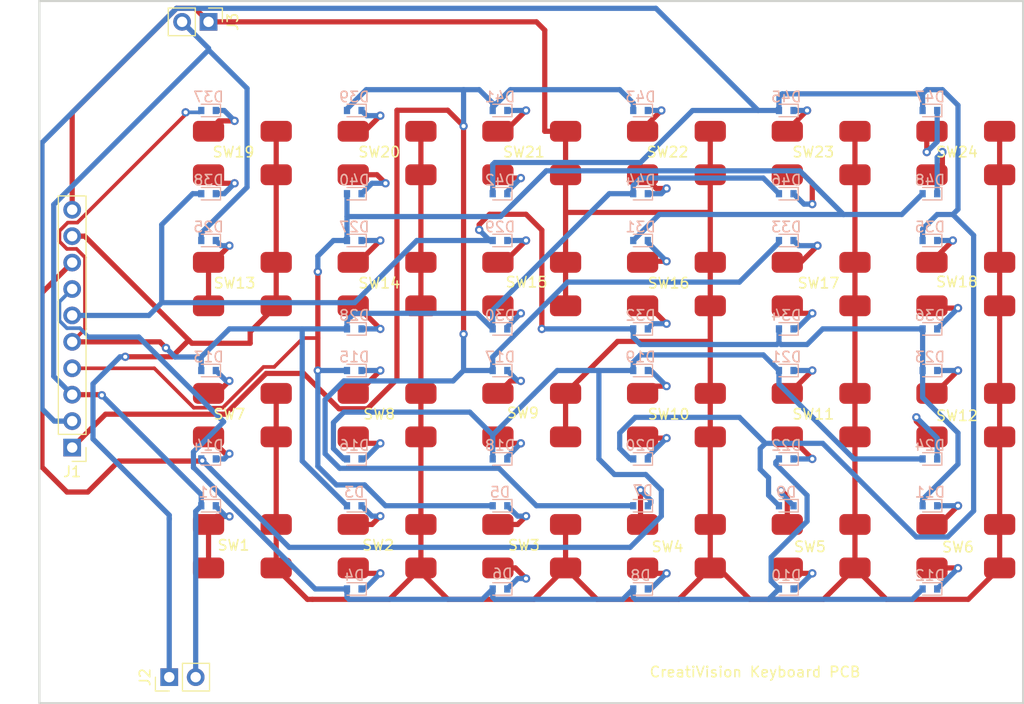
<source format=kicad_pcb>
(kicad_pcb (version 20211014) (generator pcbnew)
  (layers (0 "F.Cu" signal) (31 "B.Cu" signal) (34 "B.Paste" user) (35 "F.Paste" user) (36 "B.SilkS" user "B.Silkscreen") (37 "F.SilkS" user "F.Silkscreen") (38 "B.Mask" user) (39 "F.Mask" user) (44 "Edge.Cuts" user))
  (net 0 "")
  (net 1 "Net-(D1-Pad1)")
  (net 2 "Net-(D1-Pad2)")
  (net 3 "Net-(D3-Pad1)")
  (net 4 "Net-(D13-Pad2)")
  (net 5 "Net-(D4-Pad1)")
  (net 6 "Net-(D10-Pad2)")
  (net 7 "Net-(D5-Pad1)")
  (net 8 "Net-(D15-Pad2)")
  (net 9 "Net-(D6-Pad1)")
  (net 10 "Net-(D7-Pad1)")
  (net 11 "Net-(D17-Pad2)")
  (net 12 "Net-(D8-Pad1)")
  (net 13 "Net-(D9-Pad1)")
  (net 14 "Net-(D20-Pad2)")
  (net 15 "Net-(D10-Pad1)")
  (net 16 "Net-(D11-Pad1)")
  (net 17 "Net-(D11-Pad2)")
  (net 18 "Net-(D12-Pad1)")
  (net 19 "Net-(D13-Pad1)")
  (net 20 "Net-(D14-Pad1)")
  (net 21 "Net-(D14-Pad2)")
  (net 22 "Net-(D15-Pad1)")
  (net 23 "Net-(D16-Pad1)")
  (net 24 "Net-(D17-Pad1)")
  (net 25 "Net-(D18-Pad1)")
  (net 26 "Net-(D19-Pad1)")
  (net 27 "Net-(D20-Pad1)")
  (net 28 "Net-(D21-Pad1)")
  (net 29 "Net-(D22-Pad1)")
  (net 30 "Net-(D23-Pad1)")
  (net 31 "Net-(D24-Pad1)")
  (net 32 "Net-(D25-Pad1)")
  (net 33 "Net-(D27-Pad1)")
  (net 34 "Net-(D28-Pad1)")
  (net 35 "Net-(D29-Pad1)")
  (net 36 "Net-(D30-Pad1)")
  (net 37 "Net-(D31-Pad1)")
  (net 38 "Net-(D32-Pad1)")
  (net 39 "Net-(D33-Pad1)")
  (net 40 "Net-(D34-Pad1)")
  (net 41 "Net-(D35-Pad1)")
  (net 42 "Net-(D36-Pad1)")
  (net 43 "Net-(D37-Pad1)")
  (net 44 "Net-(D38-Pad1)")
  (net 45 "Net-(D39-Pad1)")
  (net 46 "Net-(D40-Pad1)")
  (net 47 "Net-(D41-Pad1)")
  (net 48 "Net-(D42-Pad1)")
  (net 49 "Net-(D43-Pad1)")
  (net 50 "Net-(D44-Pad1)")
  (net 51 "Net-(D45-Pad1)")
  (net 52 "Net-(D46-Pad1)")
  (net 53 "Net-(D47-Pad1)")
  (net 54 "Net-(D48-Pad1)")
  (net 55 "Net-(J1-Pad9)")
  (net 56 "Net-(J1-Pad10)")
  (footprint "CheshBits:MicroTactile" (layer "F.Cu") (at 107.4 68.5)
    (fp_text reference "SW13")
    (fp_text value "1C")
  )
  (footprint "CheshBits:MicroTactile" (layer "F.Cu") (at 176.9 68.5)
    (fp_text reference "SW18")
    (fp_text value "6C")
  )
  (footprint "CheshBits:MicroTactile" (layer "F.Cu") (at 176.9 55.9)
    (fp_text reference "SW24")
    (fp_text value "6D")
  )
  (footprint "CheshBits:MicroTactile" (layer "F.Cu") (at 121.3 93.7)
    (fp_text reference "SW2")
    (fp_text value "2A")
  )
  (footprint "CheshBits:MicroTactile" (layer "F.Cu") (at 149.1 55.9)
    (fp_text reference "SW22")
    (fp_text value "4D")
  )
  (footprint "CheshBits:MicroTactile" (layer "F.Cu") (at 149.1 81.1)
    (fp_text reference "SW10")
    (fp_text value "4B")
  )
  (footprint "CheshBits:MicroTactile" (layer "F.Cu") (at 107.4 81.1)
    (fp_text reference "SW7")
    (fp_text value "1B")
  )
  (footprint "CheshBits:MicroTactile" (layer "F.Cu") (at 163 81.1)
    (fp_text reference "SW11")
    (fp_text value "5B")
  )
  (footprint "CheshBits:MicroTactile" (layer "F.Cu") (at 135.2 81.1)
    (fp_text reference "SW9")
    (fp_text value "3B")
  )
  (footprint "CheshBits:MicroTactile" (layer "F.Cu") (at 121.3 81.1)
    (fp_text reference "SW8")
    (fp_text value "2B")
  )
  (footprint "Connector_PinHeader_2.54mm:PinHeader_1x02_P2.54mm_Vertical" (layer "F.Cu") (at 101.225 111.5 90)
    (fp_text reference "J2")
    (fp_text value "Right fire")
  )
  (footprint "CheshBits:MicroTactile" (layer "F.Cu") (at 176.9 81.1)
    (fp_text reference "SW12")
    (fp_text value "6B")
  )
  (footprint "CheshBits:MicroTactile" (layer "F.Cu") (at 149.1 93.7)
    (fp_text reference "SW4")
    (fp_text value "4A")
  )
  (footprint "CheshBits:MicroTactile" (layer "F.Cu") (at 121.3 68.5)
    (fp_text reference "SW14")
    (fp_text value "2C")
  )
  (footprint "CheshBits:MicroTactile" (layer "F.Cu") (at 163 55.9)
    (fp_text reference "SW23")
    (fp_text value "5D")
  )
  (footprint "CheshBits:MicroTactile" (layer "F.Cu") (at 163 68.5)
    (fp_text reference "SW17")
    (fp_text value "5C")
  )
  (footprint "CheshBits:MicroTactile" (layer "F.Cu") (at 121.3 55.9)
    (fp_text reference "SW20")
    (fp_text value "2D")
  )
  (footprint "CheshBits:MicroTactile" (layer "F.Cu") (at 107.4 93.7)
    (fp_text reference "SW1")
    (fp_text value "1A")
  )
  (footprint "CheshBits:MicroTactile" (layer "F.Cu") (at 107.4 55.9)
    (fp_text reference "SW19")
    (fp_text value "1D")
  )
  (footprint "CheshBits:MicroTactile" (layer "F.Cu") (at 135.2 68.5)
    (fp_text reference "SW15")
    (fp_text value "3C")
  )
  (footprint "Connector_PinHeader_2.54mm:PinHeader_1x02_P2.54mm_Vertical" (layer "F.Cu") (at 105 48.5 -90)
    (fp_text reference "J3")
    (fp_text value "Left fire")
  )
  (footprint "CheshBits:MicroTactile" (layer "F.Cu") (at 135.2 93.7)
    (fp_text reference "SW3")
    (fp_text value "3A")
  )
  (footprint "CheshBits:MicroTactile" (layer "F.Cu") (at 163 93.7)
    (fp_text reference "SW5")
    (fp_text value "5A")
  )
  (footprint "CheshBits:MicroTactile" (layer "F.Cu") (at 176.9 93.7)
    (fp_text reference "SW6")
    (fp_text value "6A")
  )
  (footprint "Connector_PinHeader_2.54mm:PinHeader_1x10_P2.54mm_Vertical" (layer "F.Cu") (at 91.9 89.425 180)
    (fp_text reference "J1")
    (fp_text value "10 pin to joystick")
  )
  (footprint "CheshBits:MicroTactile" (layer "F.Cu") (at 135.2 55.9)
    (fp_text reference "SW21")
    (fp_text value "3D")
  )
  (footprint "CheshBits:MicroTactile" (layer "F.Cu") (at 149.1 68.5)
    (fp_text reference "SW16")
    (fp_text value "4C")
  )
  (footprint "Diode_SMD:D_SOD-523" (layer "B.Cu") (at 133 69.52 180)
    (fp_text reference "D29")
    (fp_text value "CES521,L3F")
  )
  (footprint "Diode_SMD:D_SOD-523" (layer "B.Cu") (at 146.5 103.02 180)
    (fp_text reference "D8")
    (fp_text value "CES521,L3F")
  )
  (footprint "Diode_SMD:D_SOD-523" (layer "B.Cu") (at 119 90.52 180)
    (fp_text reference "D16")
    (fp_text value "CES521,L3F")
  )
  (footprint "Diode_SMD:D_SOD-523" (layer "B.Cu") (at 146.5 82.02 180)
    (fp_text reference "D19")
    (fp_text value "CES521,L3F")
  )
  (footprint "Diode_SMD:D_SOD-523" (layer "B.Cu") (at 105 82.02 180)
    (fp_text reference "D13")
    (fp_text value "CES521,L3F")
  )
  (footprint "Diode_SMD:D_SOD-523" (layer "B.Cu") (at 133 57.02 180)
    (fp_text reference "D41")
    (fp_text value "CES521,L3F")
  )
  (footprint "Diode_SMD:D_SOD-523" (layer "B.Cu") (at 146.5 57.02 180)
    (fp_text reference "D43")
    (fp_text value "CES521,L3F")
  )
  (footprint "Diode_SMD:D_SOD-523" (layer "B.Cu") (at 160.5 57.02 180)
    (fp_text reference "D45")
    (fp_text value "CES521,L3F")
  )
  (footprint "Diode_SMD:D_SOD-523" (layer "B.Cu") (at 160.5 69.52 180)
    (fp_text reference "D33")
    (fp_text value "CES521,L3F")
  )
  (footprint "Diode_SMD:D_SOD-523" (layer "B.Cu") (at 160.5 90.52 180)
    (fp_text reference "D22")
    (fp_text value "CES521,L3F")
  )
  (footprint "Diode_SMD:D_SOD-523" (layer "B.Cu") (at 160.5 78.02 180)
    (fp_text reference "D34")
    (fp_text value "CES521,L3F")
  )
  (footprint "Diode_SMD:D_SOD-523" (layer "B.Cu") (at 174.3 65.02 180)
    (fp_text reference "D48")
    (fp_text value "CES521,L3F")
  )
  (footprint "Diode_SMD:D_SOD-523" (layer "B.Cu") (at 119 103.02 180)
    (fp_text reference "D4")
    (fp_text value "CES521,L3F")
  )
  (footprint "Diode_SMD:D_SOD-523" (layer "B.Cu") (at 105 65.02 180)
    (fp_text reference "D38")
    (fp_text value "CES521,L3F")
  )
  (footprint "Diode_SMD:D_SOD-523" (layer "B.Cu") (at 105 95.02 180)
    (fp_text reference "D1")
    (fp_text value "CES521,L3F")
  )
  (footprint "Diode_SMD:D_SOD-523" (layer "B.Cu") (at 119 65.02 180)
    (fp_text reference "D40")
    (fp_text value "CES521,L3F")
  )
  (footprint "Diode_SMD:D_SOD-523" (layer "B.Cu") (at 119 78.02 180)
    (fp_text reference "D28")
    (fp_text value "CES521,L3F")
  )
  (footprint "Diode_SMD:D_SOD-523" (layer "B.Cu") (at 105 90.52 180)
    (fp_text reference "D14")
    (fp_text value "CES521,L3F")
  )
  (footprint "Diode_SMD:D_SOD-523" (layer "B.Cu") (at 146.5 69.52 180)
    (fp_text reference "D31")
    (fp_text value "CES521,L3F")
  )
  (footprint "Diode_SMD:D_SOD-523" (layer "B.Cu") (at 105 57.02 180)
    (fp_text reference "D37")
    (fp_text value "CES521,L3F")
  )
  (footprint "Diode_SMD:D_SOD-523" (layer "B.Cu") (at 174.3 90.52 180)
    (fp_text reference "D24")
    (fp_text value "CES521,L3F")
  )
  (footprint "Diode_SMD:D_SOD-523" (layer "B.Cu") (at 133 103.02 180)
    (fp_text reference "D6")
    (fp_text value "CES521,L3F")
  )
  (footprint "Diode_SMD:D_SOD-523" (layer "B.Cu") (at 174.3 103.02 180)
    (fp_text reference "D12")
    (fp_text value "CES521,L3F")
  )
  (footprint "Diode_SMD:D_SOD-523" (layer "B.Cu") (at 133 82.02 180)
    (fp_text reference "D17")
    (fp_text value "CES521,L3F")
  )
  (footprint "Diode_SMD:D_SOD-523" (layer "B.Cu") (at 133 78.02 180)
    (fp_text reference "D30")
    (fp_text value "CES521,L3F")
  )
  (footprint "Diode_SMD:D_SOD-523" (layer "B.Cu") (at 119 69.52 180)
    (fp_text reference "D27")
    (fp_text value "CES521,L3F")
  )
  (footprint "Diode_SMD:D_SOD-523" (layer "B.Cu") (at 119 82.02 180)
    (fp_text reference "D15")
    (fp_text value "CES521,L3F")
  )
  (footprint "Diode_SMD:D_SOD-523" (layer "B.Cu") (at 105 69.52 180)
    (fp_text reference "D25")
    (fp_text value "CES521,L3F")
  )
  (footprint "Diode_SMD:D_SOD-523" (layer "B.Cu") (at 146.5 78.02 180)
    (fp_text reference "D32")
    (fp_text value "CES521,L3F")
  )
  (footprint "Diode_SMD:D_SOD-523" (layer "B.Cu") (at 146.5 65.02 180)
    (fp_text reference "D44")
    (fp_text value "CES521,L3F")
  )
  (footprint "Diode_SMD:D_SOD-523" (layer "B.Cu") (at 160.5 95.02 180)
    (fp_text reference "D9")
    (fp_text value "CES521,L3F")
  )
  (footprint "Diode_SMD:D_SOD-523" (layer "B.Cu") (at 160.5 82.02 180)
    (fp_text reference "D21")
    (fp_text value "CES521,L3F")
  )
  (footprint "Diode_SMD:D_SOD-523" (layer "B.Cu") (at 174.3 57.02 180)
    (fp_text reference "D47")
    (fp_text value "CES521,L3F")
  )
  (footprint "Diode_SMD:D_SOD-523" (layer "B.Cu") (at 160.5 103.02 180)
    (fp_text reference "D10")
    (fp_text value "CES521,L3F")
  )
  (footprint "Diode_SMD:D_SOD-523" (layer "B.Cu") (at 119 95.02 180)
    (fp_text reference "D3")
    (fp_text value "CES521,L3F")
  )
  (footprint "Diode_SMD:D_SOD-523" (layer "B.Cu") (at 133 95.02 180)
    (fp_text reference "D5")
    (fp_text value "CES521,L3F")
  )
  (footprint "Diode_SMD:D_SOD-523" (layer "B.Cu") (at 146.5 90.52 180)
    (fp_text reference "D20")
    (fp_text value "CES521,L3F")
  )
  (footprint "Diode_SMD:D_SOD-523" (layer "B.Cu") (at 133 65.02 180)
    (fp_text reference "D42")
    (fp_text value "CES521,L3F")
  )
  (footprint "Diode_SMD:D_SOD-523" (layer "B.Cu") (at 174.3 82.02 180)
    (fp_text reference "D23")
    (fp_text value "CES521,L3F")
  )
  (footprint "Diode_SMD:D_SOD-523" (layer "B.Cu") (at 119 57.02 180)
    (fp_text reference "D39")
    (fp_text value "CES521,L3F")
  )
  (footprint "Diode_SMD:D_SOD-523" (layer "B.Cu") (at 146.5 95.02 180)
    (fp_text reference "D7")
    (fp_text value "CES521,L3F")
  )
  (footprint "Diode_SMD:D_SOD-523" (layer "B.Cu") (at 174.3 69.52 180)
    (fp_text reference "D35")
    (fp_text value "CES521,L3F")
  )
  (footprint "Diode_SMD:D_SOD-523" (layer "B.Cu") (at 160.5 65.02 180)
    (fp_text reference "D46")
    (fp_text value "CES521,L3F")
  )
  (footprint "Diode_SMD:D_SOD-523" (layer "B.Cu") (at 133 90.52 180)
    (fp_text reference "D18")
    (fp_text value "CES521,L3F")
  )
  (footprint "Diode_SMD:D_SOD-523" (layer "B.Cu") (at 174.3 78.02 180)
    (fp_text reference "D36")
    (fp_text value "CES521,L3F")
  )
  (footprint "Diode_SMD:D_SOD-523" (layer "B.Cu") (at 174.3 95.02 180)
    (fp_text reference "D11")
    (fp_text value "CES521,L3F")
  )
  (gr_rect (start 88.75 46.5) (end 183.25 114) (layer "Edge.Cuts") (width 0.2) (fill none))
  (gr_text "CreatiVision Keyboard PCB" (at 157.5 111) (layer "F.SilkS") (effects (font (size 1 1))))
  (segment (start 105 96.82) (end 105 101) (width 0.5) (layer "F.Cu") (net 1))
  (segment (start 105.775038 96.044962) (end 107.012309 96.044962) (width 0.5) (layer "F.Cu") (net 1))
  (segment (start 105 96.82) (end 105.775038 96.044962) (width 0.5) (layer "F.Cu") (net 1))
  (via (at 107.012309 96.044962) (size 0.8) (drill 0.4) (layers "F.Cu" "B.Cu") (net 1))
  (segment (start 106.674962 96.044962) (end 107.012309 96.044962) (width 0.5) (layer "B.Cu") (net 1))
  (segment (start 105.7 95.02) (end 105.7 95.07) (width 0.5) (layer "B.Cu") (net 1))
  (segment (start 105.7 95.07) (end 106.674962 96.044962) (width 0.5) (layer "B.Cu") (net 1))
  (segment (start 91.9 84.345) (end 94.6945 84.345) (width 0.5) (layer "F.Cu") (net 2))
  (segment (start 94.6945 84.345) (end 94.7495 84.4) (width 0.5) (layer "F.Cu") (net 2))
  (via (at 94.7495 84.4) (size 0.8) (drill 0.4) (layers "F.Cu" "B.Cu") (net 2))
  (segment (start 90.125978 82.570978) (end 90.125978 66.074022) (width 0.5) (layer "B.Cu") (net 2))
  (segment (start 103.765 95.555) (end 104.3 95.02) (width 0.5) (layer "B.Cu") (net 2))
  (segment (start 103.765 111.5) (end 103.765 95.555) (width 0.5) (layer "B.Cu") (net 2))
  (segment (start 104.3 95.02) (end 104.3 93.9505) (width 0.5) (layer "B.Cu") (net 2))
  (segment (start 104.3 68.8) (end 108.7 64.4) (width 0.5) (layer "B.Cu") (net 2))
  (segment (start 104.3 69.52) (end 104.3 68.8) (width 0.5) (layer "B.Cu") (net 2))
  (segment (start 91.9 84.345) (end 90.125978 82.570978) (width 0.5) (layer "B.Cu") (net 2))
  (segment (start 108.7 54.9) (end 105 51.2) (width 0.5) (layer "B.Cu") (net 2))
  (segment (start 90.125978 66.074022) (end 105 51.2) (width 0.5) (layer "B.Cu") (net 2))
  (segment (start 108.7 64.4) (end 108.7 54.9) (width 0.5) (layer "B.Cu") (net 2))
  (segment (start 104.3 93.9505) (end 94.7495 84.4) (width 0.5) (layer "B.Cu") (net 2))
  (segment (start 105 51.2) (end 105 51.04) (width 0.5) (layer "B.Cu") (net 2))
  (segment (start 105 51.04) (end 102.46 48.5) (width 0.5) (layer "B.Cu") (net 2))
  (segment (start 120.7 96.82) (end 121.5 96.02) (width 0.5) (layer "F.Cu") (net 3))
  (segment (start 118.9 96.82) (end 120.7 96.82) (width 0.5) (layer "F.Cu") (net 3))
  (via (at 121.5 96.02) (size 0.8) (drill 0.4) (layers "F.Cu" "B.Cu") (net 3))
  (segment (start 121.5 96.02) (end 120.7 96.02) (width 0.5) (layer "B.Cu") (net 3))
  (segment (start 120.7 96.02) (end 119.7 95.02) (width 0.5) (layer "B.Cu") (net 3))
  (segment (start 93.124511 71.13779) (end 92.316232 70.329511) (width 0.35) (layer "F.Cu") (net 4))
  (segment (start 90.675489 68.59779) (end 91.473279 67.8) (width 0.35) (layer "F.Cu") (net 4))
  (segment (start 90.675489 69.61221) (end 90.675489 68.59779) (width 0.35) (layer "F.Cu") (net 4))
  (segment (start 91.39279 70.329511) (end 90.675489 69.61221) (width 0.35) (layer "F.Cu") (net 4))
  (segment (start 91.473279 67.8) (end 92.396721 67.8) (width 0.35) (layer "F.Cu") (net 4))
  (segment (start 91.9 79.265) (end 100.322973 79.265) (width 0.5) (layer "F.Cu") (net 4))
  (segment (start 100.322973 79.265) (end 100.908473 79.8505) (width 0.5) (layer "F.Cu") (net 4))
  (segment (start 93.124511 78.040489) (end 93.124511 71.13779) (width 0.35) (layer "F.Cu") (net 4))
  (segment (start 92.396721 67.8) (end 102.8 57.396721) (width 0.35) (layer "F.Cu") (net 4))
  (segment (start 92.316232 70.329511) (end 91.39279 70.329511) (width 0.35) (layer "F.Cu") (net 4))
  (segment (start 102.8 57.396721) (end 102.8 57.2) (width 0.35) (layer "F.Cu") (net 4))
  (segment (start 91.9 79.265) (end 93.124511 78.040489) (width 0.35) (layer "F.Cu") (net 4))
  (via (at 102.8 57.2) (size 0.8) (drill 0.4) (layers "F.Cu" "B.Cu") (net 4))
  (via (at 100.908473 79.8505) (size 0.8) (drill 0.4) (layers "F.Cu" "B.Cu") (net 4))
  (segment (start 114 90.72) (end 114 78.02) (width 0.5) (layer "B.Cu") (net 4))
  (segment (start 132.3 78.02) (end 132.3 76.22) (width 0.5) (layer "B.Cu") (net 4))
  (segment (start 104.3 82.02) (end 104.3 80.72) (width 0.5) (layer "B.Cu") (net 4))
  (segment (start 104.12 57.2) (end 104.3 57.02) (width 0.35) (layer "B.Cu") (net 4))
  (segment (start 104.3 80.72) (end 101.777973 80.72) (width 0.5) (layer "B.Cu") (net 4))
  (segment (start 114 78.02) (end 118.3 78.02) (width 0.5) (layer "B.Cu") (net 4))
  (segment (start 146.5 63.52) (end 158.3 63.52) (width 0.5) (layer "B.Cu") (net 4))
  (segment (start 145.8 65.02) (end 145.8 64.22) (width 0.5) (layer "B.Cu") (net 4))
  (segment (start 130.8 76.52) (end 132.3 78.02) (width 0.5) (layer "B.Cu") (net 4))
  (segment (start 118.3 78.02) (end 118.3 77.22) (width 0.5) (layer "B.Cu") (net 4))
  (segment (start 104.51 80.51) (end 107 78.02) (width 0.5) (layer "B.Cu") (net 4))
  (segment (start 143.5 65.02) (end 145.8 65.02) (width 0.5) (layer "B.Cu") (net 4))
  (segment (start 102.8 57.2) (end 104.12 57.2) (width 0.35) (layer "B.Cu") (net 4))
  (segment (start 158.3 63.52) (end 159.8 65.02) (width 0.5) (layer "B.Cu") (net 4))
  (segment (start 104.3 80.72) (end 104.51 80.51) (width 0.5) (layer "B.Cu") (net 4))
  (segment (start 145.8 64.22) (end 146.5 63.52) (width 0.5) (layer "B.Cu") (net 4))
  (segment (start 132.3 76.22) (end 143.5 65.02) (width 0.5) (layer "B.Cu") (net 4))
  (segment (start 101.777973 80.72) (end 100.908473 79.8505) (width 0.5) (layer "B.Cu") (net 4))
  (segment (start 118.3 77.22) (end 119 76.52) (width 0.5) (layer "B.Cu") (net 4))
  (segment (start 118.3 95.02) (end 114 90.72) (width 0.5) (layer "B.Cu") (net 4))
  (segment (start 107 78.02) (end 114 78.02) (width 0.5) (layer "B.Cu") (net 4))
  (segment (start 119 76.52) (end 130.8 76.52) (width 0.5) (layer "B.Cu") (net 4))
  (segment (start 121.5 101.52) (end 119.42 101.52) (width 0.5) (layer "F.Cu") (net 5))
  (segment (start 119.42 101.52) (end 118.9 101) (width 0.5) (layer "F.Cu") (net 5))
  (via (at 121.5 101.52) (size 0.8) (drill 0.4) (layers "F.Cu" "B.Cu") (net 5))
  (segment (start 119.7 103.02) (end 120 103.02) (width 0.5) (layer "B.Cu") (net 5))
  (segment (start 120 103.02) (end 121.5 101.52) (width 0.5) (layer "B.Cu") (net 5))
  (segment (start 159.5 91.02) (end 159.5 90.82) (width 0.5) (layer "B.Cu") (net 6))
  (segment (start 106.449511 86.949511) (end 103.550489 89.848533) (width 0.5) (layer "B.Cu") (net 6))
  (segment (start 144.8 104.02) (end 145.8 103.02) (width 0.5) (layer "B.Cu") (net 6))
  (segment (start 90.675489 75.409511) (end 91.9 74.185) (width 0.35) (layer "B.Cu") (net 6))
  (segment (start 118.3 103.82) (end 118.5 104.02) (width 0.5) (layer "B.Cu") (net 6))
  (segment (start 162.5 94.02) (end 159.5 91.02) (width 0.5) (layer "B.Cu") (net 6))
  (segment (start 132.5 104.02) (end 144.8 104.02) (width 0.5) (layer "B.Cu") (net 6))
  (segment (start 98.3 78.8) (end 106.449511 86.949511) (width 0.5) (layer "B.Cu") (net 6))
  (segment (start 103.550489 91.350489) (end 103.579511 91.350489) (width 0.5) (layer "B.Cu") (net 6))
  (segment (start 159.050489 102.270489) (end 159.050489 99.969511) (width 0.5) (layer "B.Cu") (net 6))
  (segment (start 115.249022 103.02) (end 118.3 103.02) (width 0.5) (layer "B.Cu") (net 6))
  (segment (start 103.550489 89.848533) (end 103.550489 91.350489) (width 0.5) (layer "B.Cu") (net 6))
  (segment (start 132.3 103.02) (end 132.3 103.82) (width 0.5) (layer "B.Cu") (net 6))
  (segment (start 93.5 78.8) (end 92.649511 77.949511) (width 0.35) (layer "B.Cu") (net 6))
  (segment (start 132.3 103.82) (end 132.5 104.02) (width 0.5) (layer "B.Cu") (net 6))
  (segment (start 159.8 103.02) (end 159.050489 102.270489) (width 0.5) (layer "B.Cu") (net 6))
  (segment (start 131.3 104.02) (end 132.3 103.02) (width 0.5) (layer "B.Cu") (net 6))
  (segment (start 118.3 103.02) (end 118.3 103.82) (width 0.5) (layer "B.Cu") (net 6))
  (segment (start 159.5 90.82) (end 159.8 90.52) (width 0.5) (layer "B.Cu") (net 6))
  (segment (start 162.5 96.52) (end 162.5 94.02) (width 0.5) (layer "B.Cu") (net 6))
  (segment (start 146 104.02) (end 158.8 104.02) (width 0.5) (layer "B.Cu") (net 6))
  (segment (start 145.8 103.02) (end 145.8 103.82) (width 0.5) (layer "B.Cu") (net 6))
  (segment (start 91.39279 77.949511) (end 90.675489 77.23221) (width 0.35) (layer "B.Cu") (net 6))
  (segment (start 103.579511 91.350489) (end 115.249022 103.02) (width 0.5) (layer "B.Cu") (net 6))
  (segment (start 158.8 104.02) (end 172.6 104.02) (width 0.5) (layer "B.Cu") (net 6))
  (segment (start 159.050489 99.969511) (end 162.5 96.52) (width 0.5) (layer "B.Cu") (net 6))
  (segment (start 90.675489 77.23221) (end 90.675489 75.409511) (width 0.35) (layer "B.Cu") (net 6))
  (segment (start 92.649511 77.949511) (end 91.39279 77.949511) (width 0.35) (layer "B.Cu") (net 6))
  (segment (start 145.8 103.82) (end 146 104.02) (width 0.5) (layer "B.Cu") (net 6))
  (segment (start 93.5 78.8) (end 98.3 78.8) (width 0.5) (layer "B.Cu") (net 6))
  (segment (start 158.8 104.02) (end 159.8 103.02) (width 0.5) (layer "B.Cu") (net 6))
  (segment (start 172.6 104.02) (end 173.6 103.02) (width 0.5) (layer "B.Cu") (net 6))
  (segment (start 118.5 104.02) (end 131.3 104.02) (width 0.5) (layer "B.Cu") (net 6))
  (segment (start 132.8 96.82) (end 134.7 96.82) (width 0.5) (layer "F.Cu") (net 7))
  (segment (start 134.7 96.82) (end 135.5 96.02) (width 0.5) (layer "F.Cu") (net 7))
  (via (at 135.5 96.02) (size 0.8) (drill 0.4) (layers "F.Cu" "B.Cu") (net 7))
  (segment (start 134.7 96.02) (end 133.7 95.02) (width 0.5) (layer "B.Cu") (net 7))
  (segment (start 135.5 96.02) (end 134.7 96.02) (width 0.5) (layer "B.Cu") (net 7))
  (segment (start 115.5 78.9) (end 115.5 82.02) (width 0.5) (layer "F.Cu") (net 8))
  (segment (start 106.362239 85.594519) (end 110.28127 81.675489) (width 0.35) (layer "F.Cu") (net 8))
  (segment (start 99.788191 81.805) (end 103.57771 85.594519) (width 0.35) (layer "F.Cu") (net 8))
  (segment (start 91.9 81.805) (end 99.788191 81.805) (width 0.35) (layer "F.Cu") (net 8))
  (segment (start 103.57771 85.594519) (end 106.362239 85.594519) (width 0.35) (layer "F.Cu") (net 8))
  (segment (start 110.28127 81.675489) (end 111.307753 81.675489) (width 0.35) (layer "F.Cu") (net 8))
  (segment (start 115.5 72.52) (end 115.5 78.9) (width 0.5) (layer "F.Cu") (net 8))
  (segment (start 111.307753 81.675489) (end 114.083242 78.9) (width 0.35) (layer "F.Cu") (net 8))
  (segment (start 114.083242 78.9) (end 115.5 78.9) (width 0.35) (layer "F.Cu") (net 8))
  (via (at 115.5 82.02) (size 0.8) (drill 0.4) (layers "F.Cu" "B.Cu") (net 8))
  (via (at 115.5 72.52) (size 0.8) (drill 0.4) (layers "F.Cu" "B.Cu") (net 8))
  (segment (start 117 69.52) (end 115.5 71.02) (width 0.5) (layer "B.Cu") (net 8))
  (segment (start 118.3 69.52) (end 117 69.52) (width 0.5) (layer "B.Cu") (net 8))
  (segment (start 117.28927 93.02) (end 115.5 91.23073) (width 0.5) (layer "B.Cu") (net 8))
  (segment (start 115.5 82.02) (end 118.3 82.02) (width 0.5) (layer "B.Cu") (net 8))
  (segment (start 118.3 67.22) (end 133.049022 67.22) (width 0.5) (layer "B.Cu") (net 8))
  (segment (start 120 93.02) (end 117.28927 93.02) (width 0.5) (layer "B.Cu") (net 8))
  (segment (start 137.448541 62.820481) (end 161.800481 62.820481) (width 0.5) (layer "B.Cu") (net 8))
  (segment (start 133.049022 67.22) (end 137.448541 62.820481) (width 0.5) (layer "B.Cu") (net 8))
  (segment (start 132.3 95.02) (end 122 95.02) (width 0.5) (layer "B.Cu") (net 8))
  (segment (start 166 67.02) (end 171.6 67.02) (width 0.5) (layer "B.Cu") (net 8))
  (segment (start 118.3 67.22) (end 118.3 69.52) (width 0.5) (layer "B.Cu") (net 8))
  (segment (start 115.5 71.02) (end 115.5 72.52) (width 0.5) (layer "B.Cu") (net 8))
  (segment (start 148.3 67.02) (end 166 67.02) (width 0.5) (layer "B.Cu") (net 8))
  (segment (start 161.800481 62.820481) (end 166 67.02) (width 0.5) (layer "B.Cu") (net 8))
  (segment (start 118.3 65.02) (end 118.3 67.22) (width 0.5) (layer "B.Cu") (net 8))
  (segment (start 171.6 67.02) (end 173.6 65.02) (width 0.5) (layer "B.Cu") (net 8))
  (segment (start 115.5 91.23073) (end 115.5 82.02) (width 0.5) (layer "B.Cu") (net 8))
  (segment (start 145.8 69.52) (end 148.3 67.02) (width 0.5) (layer "B.Cu") (net 8))
  (segment (start 122 95.02) (end 120 93.02) (width 0.5) (layer "B.Cu") (net 8))
  (segment (start 132.8 101) (end 134.48 101) (width 0.5) (layer "F.Cu") (net 9))
  (segment (start 134.48 101) (end 135.5 102.02) (width 0.5) (layer "F.Cu") (net 9))
  (via (at 135.5 102.02) (size 0.8) (drill 0.4) (layers "F.Cu" "B.Cu") (net 9))
  (segment (start 135.5 102.02) (end 134.7 102.02) (width 0.5) (layer "B.Cu") (net 9))
  (segment (start 134.7 102.02) (end 133.7 103.02) (width 0.5) (layer "B.Cu") (net 9))
  (segment (start 146.5 96.62) (end 146.5 93.52) (width 0.5) (layer "F.Cu") (net 10))
  (segment (start 146.7 96.82) (end 146.5 96.62) (width 0.5) (layer "F.Cu") (net 10))
  (via (at 146.5 93.52) (size 0.8) (drill 0.4) (layers "F.Cu" "B.Cu") (net 10))
  (segment (start 147.5 94.52) (end 147.5 94.72) (width 0.5) (layer "B.Cu") (net 10))
  (segment (start 146.5 93.52) (end 147.5 94.52) (width 0.5) (layer "B.Cu") (net 10))
  (segment (start 147.5 94.72) (end 147.2 95.02) (width 0.5) (layer "B.Cu") (net 10))
  (segment (start 117.537176 85.7) (end 120.262824 85.7) (width 0.5) (layer "F.Cu") (net 11))
  (segment (start 91.9 89.425) (end 95.10597 86.21903) (width 0.5) (layer "F.Cu") (net 11))
  (segment (start 123.1 82.862824) (end 123.1 57) (width 0.5) (layer "F.Cu") (net 11))
  (segment (start 129.5 78.52) (end 129.5 58.52) (width 0.5) (layer "F.Cu") (net 11))
  (segment (start 106.62092 86.21903) (end 110.53995 82.3) (width 0.5) (layer "F.Cu") (net 11))
  (segment (start 120.262824 85.7) (end 123.1 82.862824) (width 0.5) (layer "F.Cu") (net 11))
  (segment (start 110.53995 82.3) (end 114.137176 82.3) (width 0.5) (layer "F.Cu") (net 11))
  (segment (start 127.98 57) (end 129.5 58.52) (width 0.5) (layer "F.Cu") (net 11))
  (segment (start 114.137176 82.3) (end 117.537176 85.7) (width 0.5) (layer "F.Cu") (net 11))
  (segment (start 95.10597 86.21903) (end 106.62092 86.21903) (width 0.5) (layer "F.Cu") (net 11))
  (segment (start 123.1 57) (end 127.98 57) (width 0.5) (layer "F.Cu") (net 11))
  (via (at 129.5 78.52) (size 0.8) (drill 0.4) (layers "F.Cu" "B.Cu") (net 11))
  (via (at 129.5 58.52) (size 0.8) (drill 0.4) (layers "F.Cu" "B.Cu") (net 11))
  (segment (start 118.3 57.02) (end 118.3 56.870978) (width 0.5) (layer "B.Cu") (net 11))
  (segment (start 139.5 73.52) (end 156 73.52) (width 0.5) (layer "B.Cu") (net 11))
  (segment (start 132.3 80.72) (end 139.5 73.52) (width 0.5) (layer "B.Cu") (net 11))
  (segment (start 116.19952 84.82048) (end 118 83.02) (width 0.5) (layer "B.Cu") (net 11))
  (segment (start 145.8 95.02) (end 136.5 95.02) (width 0.5) (layer "B.Cu") (net 11))
  (segment (start 132.3 57.02) (end 132.3 56.72) (width 0.5) (layer "B.Cu") (net 11))
  (segment (start 118.3 56.870978) (end 120.150978 55.02) (width 0.5) (layer "B.Cu") (net 11))
  (segment (start 132.3 56.32) (end 132.3 57.02) (width 0.5) (layer "B.Cu") (net 11))
  (segment (start 120.150978 55.02) (end 129.5 55.02) (width 0.5) (layer "B.Cu") (net 11))
  (segment (start 118 83.02) (end 128.5 83.02) (width 0.5) (layer "B.Cu") (net 11))
  (segment (start 134 55.02) (end 144.5 55.02) (width 0.5) (layer "B.Cu") (net 11))
  (segment (start 129.5 58.52) (end 129.5 55.02) (width 0.5) (layer "B.Cu") (net 11))
  (segment (start 131 55.02) (end 132.3 56.32) (width 0.5) (layer "B.Cu") (net 11))
  (segment (start 159.8 69.72) (end 159.8 69.52) (width 0.5) (layer "B.Cu") (net 11))
  (segment (start 136.5 95.02) (end 132.89952 91.41952) (width 0.5) (layer "B.Cu") (net 11))
  (segment (start 129.5 82.02) (end 132.3 82.02) (width 0.5) (layer "B.Cu") (net 11))
  (segment (start 129.5 55.02) (end 131 55.02) (width 0.5) (layer "B.Cu") (net 11))
  (segment (start 144.5 55.02) (end 145.8 56.32) (width 0.5) (layer "B.Cu") (net 11))
  (segment (start 132.89952 91.41952) (end 117.59904 91.41952) (width 0.5) (layer "B.Cu") (net 11))
  (segment (start 156 73.52) (end 159.8 69.72) (width 0.5) (layer "B.Cu") (net 11))
  (segment (start 117.59904 91.41952) (end 116.19952 90.02) (width 0.5) (layer "B.Cu") (net 11))
  (segment (start 128.5 83.02) (end 129.5 82.02) (width 0.5) (layer "B.Cu") (net 11))
  (segment (start 132.3 82.02) (end 132.3 80.72) (width 0.5) (layer "B.Cu") (net 11))
  (segment (start 132.3 56.72) (end 134 55.02) (width 0.5) (layer "B.Cu") (net 11))
  (segment (start 129.5 82.02) (end 129.5 78.52) (width 0.5) (layer "B.Cu") (net 11))
  (segment (start 145.8 56.32) (end 145.8 57.02) (width 0.5) (layer "B.Cu") (net 11))
  (segment (start 116.19952 90.02) (end 116.19952 84.82048) (width 0.5) (layer "B.Cu") (net 11))
  (segment (start 147.22 101.52) (end 146.7 101) (width 0.5) (layer "F.Cu") (net 12))
  (segment (start 149 101.52) (end 147.22 101.52) (width 0.5) (layer "F.Cu") (net 12))
  (via (at 149 101.52) (size 0.8) (drill 0.4) (layers "F.Cu" "B.Cu") (net 12))
  (segment (start 147.5 103.02) (end 149 101.52) (width 0.5) (layer "B.Cu") (net 12))
  (segment (start 147.2 103.02) (end 147.5 103.02) (width 0.5) (layer "B.Cu") (net 12))
  (segment (start 160.6 96.82) (end 160.6 94.12) (width 0.5) (layer "F.Cu") (net 13))
  (segment (start 160.6 94.12) (end 160 93.52) (width 0.5) (layer "F.Cu") (net 13))
  (via (at 160 93.52) (size 0.8) (drill 0.4) (layers "F.Cu" "B.Cu") (net 13))
  (segment (start 160 93.82) (end 161.2 95.02) (width 0.5) (layer "B.Cu") (net 13))
  (segment (start 160 93.52) (end 160 93.82) (width 0.5) (layer "B.Cu") (net 13))
  (segment (start 158 89.52) (end 158.5 89.02) (width 0.5) (layer "B.Cu") (net 14))
  (segment (start 177 56.52) (end 175.5 55.02) (width 0.5) (layer "B.Cu") (net 14))
  (segment (start 156 86.52) (end 158.5 89.02) (width 0.5) (layer "B.Cu") (net 14))
  (segment (start 144.5 88.02) (end 146 86.52) (width 0.5) (layer "B.Cu") (net 14))
  (segment (start 132.3 62.22) (end 132.3 65.02) (width 0.5) (layer "B.Cu") (net 14))
  (segment (start 175.5 55.02) (end 174 55.02) (width 0.5) (layer "B.Cu") (net 14))
  (segment (start 90.185 86.885) (end 91.9 86.885) (width 0.5) (layer "B.Cu") (net 14))
  (segment (start 146 86.52) (end 156 86.52) (width 0.5) (layer "B.Cu") (net 14))
  (segment (start 157.8 57.02) (end 147.980489 47.200489) (width 0.5) (layer "B.Cu") (net 14))
  (segment (start 151.5 57.02) (end 146.5 62.02) (width 0.5) (layer "B.Cu") (net 14))
  (segment (start 89 60.122213) (end 89 85.7) (width 0.5) (layer "B.Cu") (net 14))
  (segment (start 146.5 62.02) (end 132.5 62.02) (width 0.5) (layer "B.Cu") (net 14))
  (segment (start 173 98.02) (end 176 98.02) (width 0.5) (layer "B.Cu") (net 14))
  (segment (start 176.5 67.02) (end 177 66.52) (width 0.5) (layer "B.Cu") (net 14))
  (segment (start 144.5 89.52) (end 144.5 88.02) (width 0.5) (layer "B.Cu") (net 14))
  (segment (start 158.5 89.02) (end 164 89.02) (width 0.5) (layer "B.Cu") (net 14))
  (segment (start 158.800481 92.320481) (end 158 91.52) (width 0.5) (layer "B.Cu") (net 14))
  (segment (start 173.6 55.42) (end 160.1 55.42) (width 0.5) (layer "B.Cu") (net 14))
  (segment (start 176 98.02) (end 178.5 95.52) (width 0.5) (layer "B.Cu") (net 14))
  (segment (start 173.6 68.42) (end 175 67.02) (width 0.5) (layer "B.Cu") (net 14))
  (segment (start 158.800481 94.020481) (end 158.800481 92.320481) (width 0.5) (layer "B.Cu") (net 14))
  (segment (start 174 55.02) (end 173.6 55.42) (width 0.5) (layer "B.Cu") (net 14))
  (segment (start 173.6 55.42) (end 173.6 57.02) (width 0.5) (layer "B.Cu") (net 14))
  (segment (start 101.921724 47.200489) (end 89 60.122213) (width 0.5) (layer "B.Cu") (net 14))
  (segment (start 132.5 62.02) (end 132.3 62.22) (width 0.5) (layer "B.Cu") (net 14))
  (segment (start 145.8 90.52) (end 145.5 90.52) (width 0.5) (layer "B.Cu") (net 14))
  (segment (start 164 89.02) (end 173 98.02) (width 0.5) (layer "B.Cu") (net 14))
  (segment (start 160.1 55.42) (end 159.8 55.72) (width 0.5) (layer "B.Cu") (net 14))
  (segment (start 159.8 95.02) (end 158.800481 94.020481) (width 0.5) (layer "B.Cu") (net 14))
  (segment (start 178.5 69.02) (end 176.5 67.02) (width 0.5) (layer "B.Cu") (net 14))
  (segment (start 178.5 95.52) (end 178.5 69.02) (width 0.5) (layer "B.Cu") (net 14))
  (segment (start 175 67.02) (end 176.5 67.02) (width 0.5) (layer "B.Cu") (net 14))
  (segment (start 89 85.7) (end 90.185 86.885) (width 0.5) (layer "B.Cu") (net 14))
  (segment (start 145.5 90.52) (end 144.5 89.52) (width 0.5) (layer "B.Cu") (net 14))
  (segment (start 159.8 57.02) (end 151.5 57.02) (width 0.5) (layer "B.Cu") (net 14))
  (segment (start 158 91.52) (end 158 89.52) (width 0.5) (layer "B.Cu") (net 14))
  (segment (start 147.980489 47.200489) (end 101.921724 47.200489) (width 0.5) (layer "B.Cu") (net 14))
  (segment (start 159.8 55.72) (end 159.8 57.02) (width 0.5) (layer "B.Cu") (net 14))
  (segment (start 177 66.52) (end 177 56.52) (width 0.5) (layer "B.Cu") (net 14))
  (segment (start 173.6 69.52) (end 173.6 68.42) (width 0.5) (layer "B.Cu") (net 14))
  (segment (start 161.12 101.52) (end 160.6 101) (width 0.5) (layer "F.Cu") (net 15))
  (segment (start 163 101.52) (end 161.12 101.52) (width 0.5) (layer "F.Cu") (net 15))
  (via (at 163 101.52) (size 0.8) (drill 0.4) (layers "F.Cu" "B.Cu") (net 15))
  (segment (start 161.2 103.02) (end 161.5 103.02) (width 0.5) (layer "B.Cu") (net 15))
  (segment (start 161.5 103.02) (end 163 101.52) (width 0.5) (layer "B.Cu") (net 15))
  (segment (start 174.5 96.82) (end 175.2 96.82) (width 0.5) (layer "F.Cu") (net 16))
  (segment (start 175.2 96.82) (end 177 95.02) (width 0.5) (layer "F.Cu") (net 16))
  (via (at 177 95.02) (size 0.8) (drill 0.4) (layers "F.Cu" "B.Cu") (net 16))
  (segment (start 177 95.02) (end 175 95.02) (width 0.5) (layer "B.Cu") (net 16))
  (segment (start 137.02 78.02) (end 137.02 68.52) (width 0.5) (layer "F.Cu") (net 17))
  (segment (start 137.02 68.52) (end 135.5 67) (width 0.5) (layer "F.Cu") (net 17))
  (segment (start 132 67) (end 131 68) (width 0.5) (layer "F.Cu") (net 17))
  (segment (start 131 68) (end 131 68.5) (width 0.5) (layer "F.Cu") (net 17))
  (segment (start 135.5 67) (end 132 67) (width 0.5) (layer "F.Cu") (net 17))
  (via (at 131 68.5) (size 0.8) (drill 0.4) (layers "F.Cu" "B.Cu") (net 17))
  (via (at 137.02 78.02) (size 0.8) (drill 0.4) (layers "F.Cu" "B.Cu") (net 17))
  (segment (start 173.6 94.42) (end 177 91.02) (width 0.5) (layer "B.Cu") (net 17))
  (segment (start 99.275 76.725) (end 91.9 76.725) (width 0.5) (layer "B.Cu") (net 17))
  (segment (start 131.98 69.48) (end 131.98 69.52) (width 0.5) (layer "B.Cu") (net 17))
  (segment (start 159.6 79.52) (end 146.5 79.52) (width 0.5) (layer "B.Cu") (net 17))
  (segment (start 177 91.02) (end 177 88.02) (width 0.5) (layer "B.Cu") (net 17))
  (segment (start 100.5 75.5) (end 100.5 68) (width 0.5) (layer "B.Cu") (net 17))
  (segment (start 173.6 78.02) (end 164 78.02) (width 0.5) (layer "B.Cu") (net 17))
  (segment (start 104.3 65.02) (end 103.48 65.02) (width 0.5) (layer "B.Cu") (net 17))
  (segment (start 173.6 95.02) (end 173.6 94.42) (width 0.5) (layer "B.Cu") (net 17))
  (segment (start 177 88.02) (end 173.6 84.62) (width 0.5) (layer "B.Cu") (net 17))
  (segment (start 119.03073 75.5) (end 100.5 75.5) (width 0.5) (layer "B.Cu") (net 17))
  (segment (start 100.5 75.5) (end 99.275 76.725) (width 0.5) (layer "B.Cu") (net 17))
  (segment (start 146.5 79.52) (end 145.8 78.82) (width 0.5) (layer "B.Cu") (net 17))
  (segment (start 131.98 69.52) (end 125.01073 69.52) (width 0.5) (layer "B.Cu") (net 17))
  (segment (start 173.6 84.62) (end 173.6 82.02) (width 0.5) (layer "B.Cu") (net 17))
  (segment (start 103.48 65.02) (end 100.5 68) (width 0.5) (layer "B.Cu") (net 17))
  (segment (start 131 68.5) (end 131.98 69.48) (width 0.5) (layer "B.Cu") (net 17))
  (segment (start 145.8 78.02) (end 137.02 78.02) (width 0.5) (layer "B.Cu") (net 17))
  (segment (start 173.6 82.02) (end 173.6 78.02) (width 0.5) (layer "B.Cu") (net 17))
  (segment (start 164 78.02) (end 162.5 79.52) (width 0.5) (layer "B.Cu") (net 17))
  (segment (start 162.5 79.52) (end 160 79.52) (width 0.5) (layer "B.Cu") (net 17))
  (segment (start 132.3 69.52) (end 131.98 69.52) (width 0.5) (layer "B.Cu") (net 17))
  (segment (start 159.8 79.32) (end 159.6 79.52) (width 0.5) (layer "B.Cu") (net 17))
  (segment (start 160 79.52) (end 159.8 79.32) (width 0.5) (layer "B.Cu") (net 17))
  (segment (start 145.8 78.82) (end 145.8 78.02) (width 0.5) (layer "B.Cu") (net 17))
  (segment (start 125.01073 69.52) (end 119.03073 75.5) (width 0.5) (layer "B.Cu") (net 17))
  (segment (start 159.8 79.32) (end 159.8 78.02) (width 0.5) (layer "B.Cu") (net 17))
  (segment (start 174.5 101) (end 176.98 101) (width 0.5) (layer "F.Cu") (net 18))
  (segment (start 176.98 101) (end 177 101.02) (width 0.5) (layer "F.Cu") (net 18))
  (via (at 177 101.02) (size 0.8) (drill 0.4) (layers "F.Cu" "B.Cu") (net 18))
  (segment (start 175 103.02) (end 177 101.02) (width 0.5) (layer "B.Cu") (net 18))
  (segment (start 105.8 84.22) (end 107 83.02) (width 0.5) (layer "F.Cu") (net 19))
  (segment (start 105 84.22) (end 105.8 84.22) (width 0.5) (layer "F.Cu") (net 19))
  (via (at 107 83.02) (size 0.8) (drill 0.4) (layers "F.Cu" "B.Cu") (net 19))
  (segment (start 107 83.02) (end 106.7 83.02) (width 0.5) (layer "B.Cu") (net 19))
  (segment (start 106.7 83.02) (end 105.7 82.02) (width 0.5) (layer "B.Cu") (net 19))
  (segment (start 107 90.02) (end 106.62 90.02) (width 0.5) (layer "F.Cu") (net 20))
  (segment (start 106.62 90.02) (end 105 88.4) (width 0.5) (layer "F.Cu") (net 20))
  (via (at 107 90.02) (size 0.8) (drill 0.4) (layers "F.Cu" "B.Cu") (net 20))
  (segment (start 106.5 90.52) (end 107 90.02) (width 0.5) (layer "B.Cu") (net 20))
  (segment (start 105.7 90.52) (end 106.5 90.52) (width 0.5) (layer "B.Cu") (net 20))
  (segment (start 96.375489 90.724511) (end 104.360142 90.724511) (width 0.5) (layer "F.Cu") (net 21))
  (segment (start 91.9 71.645) (end 89 74.545) (width 0.5) (layer "F.Cu") (net 21))
  (segment (start 93.4 93.7) (end 96.375489 90.724511) (width 0.5) (layer "F.Cu") (net 21))
  (segment (start 91.4 93.7) (end 93.4 93.7) (width 0.5) (layer "F.Cu") (net 21))
  (segment (start 104.360142 90.724511) (end 104.399989 90.684664) (width 0.5) (layer "F.Cu") (net 21))
  (segment (start 89 74.545) (end 89 91.3) (width 0.5) (layer "F.Cu") (net 21))
  (segment (start 89 91.3) (end 91.4 93.7) (width 0.5) (layer "F.Cu") (net 21))
  (via (at 104.399989 90.684664) (size 0.8) (drill 0.4) (layers "F.Cu" "B.Cu") (net 21))
  (segment (start 118.3 90.52) (end 118 90.52) (width 0.5) (layer "B.Cu") (net 21))
  (segment (start 104.3 90.57) (end 112.75 99.02) (width 0.5) (layer "B.Cu") (net 21))
  (segment (start 159.8 83.32) (end 167 90.52) (width 0.5) (layer "B.Cu") (net 21))
  (segment (start 117 87.02) (end 118 86.02) (width 0.5) (layer "B.Cu") (net 21))
  (segment (start 158.3 80.52) (end 159.8 82.02) (width 0.5) (layer "B.Cu") (net 21))
  (segment (start 132.3 88.22) (end 136.25 84.27) (width 0.5) (layer "B.Cu") (net 21))
  (segment (start 104.3 90.52) (end 104.3 90.57) (width 0.5) (layer "B.Cu") (net 21))
  (segment (start 146.5 80.52) (end 158.3 80.52) (width 0.5) (layer "B.Cu") (net 21))
  (segment (start 136.25 84.27) (end 138.5 82.02) (width 0.5) (layer "B.Cu") (net 21))
  (segment (start 130.1 86.02) (end 132.3 88.22) (width 0.5) (layer "B.Cu") (net 21))
  (segment (start 118 86.02) (end 130.1 86.02) (width 0.5) (layer "B.Cu") (net 21))
  (segment (start 104.399989 90.619989) (end 104.399989 90.684664) (width 0.5) (layer "B.Cu") (net 21))
  (segment (start 147 92.02) (end 144 92.02) (width 0.5) (layer "B.Cu") (net 21))
  (segment (start 117 89.52) (end 117 87.02) (width 0.5) (layer "B.Cu") (net 21))
  (segment (start 142.5 90.52) (end 142.5 82.02) (width 0.5) (layer "B.Cu") (net 21))
  (segment (start 159.8 82.02) (end 159.8 83.32) (width 0.5) (layer "B.Cu") (net 21))
  (segment (start 118 90.52) (end 117 89.52) (width 0.5) (layer "B.Cu") (net 21))
  (segment (start 142.5 82.02) (end 145.8 82.02) (width 0.5) (layer "B.Cu") (net 21))
  (segment (start 132.3 90.52) (end 132.3 88.22) (width 0.5) (layer "B.Cu") (net 21))
  (segment (start 144 92.02) (end 142.5 90.52) (width 0.5) (layer "B.Cu") (net 21))
  (segment (start 145.8 81.22) (end 146.5 80.52) (width 0.5) (layer "B.Cu") (net 21))
  (segment (start 104.3 90.52) (end 104.399989 90.619989) (width 0.5) (layer "B.Cu") (net 21))
  (segment (start 145.5 99.02) (end 148.5 96.02) (width 0.5) (layer "B.Cu") (net 21))
  (segment (start 145.8 82.02) (end 145.8 81.22) (width 0.5) (layer "B.Cu") (net 21))
  (segment (start 148.5 93.52) (end 147 92.02) (width 0.5) (layer "B.Cu") (net 21))
  (segment (start 148.5 96.02) (end 148.5 93.52) (width 0.5) (layer "B.Cu") (net 21))
  (segment (start 138.5 82.02) (end 142.5 82.02) (width 0.5) (layer "B.Cu") (net 21))
  (segment (start 167 90.52) (end 173.6 90.52) (width 0.5) (layer "B.Cu") (net 21))
  (segment (start 112.75 99.02) (end 145.5 99.02) (width 0.5) (layer "B.Cu") (net 21))
  (segment (start 119.3 84.22) (end 121.5 82.02) (width 0.5) (layer "F.Cu") (net 22))
  (segment (start 118.9 84.22) (end 119.3 84.22) (width 0.5) (layer "F.Cu") (net 22))
  (via (at 121.5 82.02) (size 0.8) (drill 0.4) (layers "F.Cu" "B.Cu") (net 22))
  (segment (start 121.5 82.02) (end 119.7 82.02) (width 0.5) (layer "B.Cu") (net 22))
  (segment (start 121.5 89.02) (end 119.52 89.02) (width 0.5) (layer "F.Cu") (net 23))
  (segment (start 119.52 89.02) (end 118.9 88.4) (width 0.5) (layer "F.Cu") (net 23))
  (via (at 121.5 89.02) (size 0.8) (drill 0.4) (layers "F.Cu" "B.Cu") (net 23))
  (segment (start 120 90.52) (end 121.5 89.02) (width 0.5) (layer "B.Cu") (net 23))
  (segment (start 119.7 90.52) (end 120 90.52) (width 0.5) (layer "B.Cu") (net 23))
  (segment (start 134 83.02) (end 135 83.02) (width 0.5) (layer "F.Cu") (net 24))
  (segment (start 132.8 84.22) (end 134 83.02) (width 0.5) (layer "F.Cu") (net 24))
  (via (at 135 83.02) (size 0.8) (drill 0.4) (layers "F.Cu" "B.Cu") (net 24))
  (segment (start 135 83.02) (end 134.7 83.02) (width 0.5) (layer "B.Cu") (net 24))
  (segment (start 134.7 83.02) (end 133.7 82.02) (width 0.5) (layer "B.Cu") (net 24))
  (segment (start 133.42 89.02) (end 132.8 88.4) (width 0.5) (layer "F.Cu") (net 25))
  (segment (start 135 89.02) (end 133.42 89.02) (width 0.5) (layer "F.Cu") (net 25))
  (via (at 135 89.02) (size 0.8) (drill 0.4) (layers "F.Cu" "B.Cu") (net 25))
  (segment (start 133.7 90.52) (end 133.7 90.32) (width 0.5) (layer "B.Cu") (net 25))
  (segment (start 133.7 90.32) (end 135 89.02) (width 0.5) (layer "B.Cu") (net 25))
  (segment (start 149 83.52) (end 147.4 83.52) (width 0.5) (layer "F.Cu") (net 26))
  (segment (start 147.4 83.52) (end 146.7 84.22) (width 0.5) (layer "F.Cu") (net 26))
  (via (at 149 83.52) (size 0.8) (drill 0.4) (layers "F.Cu" "B.Cu") (net 26))
  (segment (start 147.2 82.02) (end 147.5 82.02) (width 0.5) (layer "B.Cu") (net 26))
  (segment (start 147.5 82.02) (end 149 83.52) (width 0.5) (layer "B.Cu") (net 26))
  (segment (start 149 88.52) (end 146.82 88.52) (width 0.5) (layer "F.Cu") (net 27))
  (segment (start 146.82 88.52) (end 146.7 88.4) (width 0.5) (layer "F.Cu") (net 27))
  (via (at 149 88.52) (size 0.8) (drill 0.4) (layers "F.Cu" "B.Cu") (net 27))
  (segment (start 147.2 90.52) (end 147.2 90.32) (width 0.5) (layer "B.Cu") (net 27))
  (segment (start 147.2 90.32) (end 149 88.52) (width 0.5) (layer "B.Cu") (net 27))
  (segment (start 160.8 84.22) (end 163 82.02) (width 0.5) (layer "F.Cu") (net 28))
  (segment (start 160.6 84.22) (end 160.8 84.22) (width 0.5) (layer "F.Cu") (net 28))
  (via (at 163 82.02) (size 0.8) (drill 0.4) (layers "F.Cu" "B.Cu") (net 28))
  (segment (start 163 82.02) (end 161.2 82.02) (width 0.5) (layer "B.Cu") (net 28))
  (segment (start 160.6 88.4) (end 160.88 88.4) (width 0.5) (layer "F.Cu") (net 29))
  (segment (start 160.88 88.4) (end 163 90.52) (width 0.5) (layer "F.Cu") (net 29))
  (via (at 163 90.52) (size 0.8) (drill 0.4) (layers "F.Cu" "B.Cu") (net 29))
  (segment (start 161.2 90.52) (end 163 90.52) (width 0.5) (layer "B.Cu") (net 29))
  (segment (start 174.8 84.22) (end 177 82.02) (width 0.5) (layer "F.Cu") (net 30))
  (segment (start 174.5 84.22) (end 174.8 84.22) (width 0.5) (layer "F.Cu") (net 30))
  (via (at 177 82.02) (size 0.8) (drill 0.4) (layers "F.Cu" "B.Cu") (net 30))
  (segment (start 177 82.02) (end 175 82.02) (width 0.5) (layer "B.Cu") (net 30))
  (segment (start 173 86.52) (end 173 86.9) (width 0.5) (layer "F.Cu") (net 31))
  (segment (start 173 86.9) (end 174.5 88.4) (width 0.5) (layer "F.Cu") (net 31))
  (via (at 173 86.52) (size 0.8) (drill 0.4) (layers "F.Cu" "B.Cu") (net 31))
  (segment (start 175 88.52) (end 173 86.52) (width 0.5) (layer "B.Cu") (net 31))
  (segment (start 175 90.52) (end 175 88.52) (width 0.5) (layer "B.Cu") (net 31))
  (segment (start 105 71.62) (end 105.4 71.62) (width 0.5) (layer "F.Cu") (net 32))
  (segment (start 105.4 71.62) (end 107 70.02) (width 0.5) (layer "F.Cu") (net 32))
  (segment (start 105 71.62) (end 105 75.8) (width 0.5) (layer "F.Cu") (net 32))
  (via (at 107 70.02) (size 0.8) (drill 0.4) (layers "F.Cu" "B.Cu") (net 32))
  (segment (start 106.2 70.02) (end 105.7 69.52) (width 0.5) (layer "B.Cu") (net 32))
  (segment (start 107 70.02) (end 106.2 70.02) (width 0.5) (layer "B.Cu") (net 32))
  (segment (start 118.9 71.62) (end 119.4 71.62) (width 0.5) (layer "F.Cu") (net 33))
  (segment (start 119.4 71.62) (end 121.5 69.52) (width 0.5) (layer "F.Cu") (net 33))
  (via (at 121.5 69.52) (size 0.8) (drill 0.4) (layers "F.Cu" "B.Cu") (net 33))
  (segment (start 121.5 69.52) (end 119.7 69.52) (width 0.5) (layer "B.Cu") (net 33))
  (segment (start 118.9 75.8) (end 119.28 75.8) (width 0.5) (layer "F.Cu") (net 34))
  (segment (start 119.28 75.8) (end 121.5 78.02) (width 0.5) (layer "F.Cu") (net 34))
  (via (at 121.5 78.02) (size 0.8) (drill 0.4) (layers "F.Cu" "B.Cu") (net 34))
  (segment (start 121.5 78.02) (end 119.7 78.02) (width 0.5) (layer "B.Cu") (net 34))
  (segment (start 133.4 71.62) (end 135.5 69.52) (width 0.5) (layer "F.Cu") (net 35))
  (segment (start 132.8 71.62) (end 133.4 71.62) (width 0.5) (layer "F.Cu") (net 35))
  (via (at 135.5 69.52) (size 0.8) (drill 0.4) (layers "F.Cu" "B.Cu") (net 35))
  (segment (start 135.5 69.52) (end 133.7 69.52) (width 0.5) (layer "B.Cu") (net 35))
  (segment (start 135 76.52) (end 133.52 76.52) (width 0.5) (layer "F.Cu") (net 36))
  (segment (start 133.52 76.52) (end 132.8 75.8) (width 0.5) (layer "F.Cu") (net 36))
  (via (at 135 76.52) (size 0.8) (drill 0.4) (layers "F.Cu" "B.Cu") (net 36))
  (segment (start 133.7 78.02) (end 133.7 77.82) (width 0.5) (layer "B.Cu") (net 36))
  (segment (start 133.7 77.82) (end 135 76.52) (width 0.5) (layer "B.Cu") (net 36))
  (segment (start 149 71.52) (end 146.8 71.52) (width 0.5) (layer "F.Cu") (net 37))
  (segment (start 146.8 71.52) (end 146.7 71.62) (width 0.5) (layer "F.Cu") (net 37))
  (via (at 149 71.52) (size 0.8) (drill 0.4) (layers "F.Cu" "B.Cu") (net 37))
  (segment (start 147.2 69.52) (end 147.2 69.72) (width 0.5) (layer "B.Cu") (net 37))
  (segment (start 147.2 69.72) (end 149 71.52) (width 0.5) (layer "B.Cu") (net 37))
  (segment (start 147.28 75.8) (end 149 77.52) (width 0.5) (layer "F.Cu") (net 38))
  (segment (start 146.7 75.8) (end 147.28 75.8) (width 0.5) (layer "F.Cu") (net 38))
  (via (at 149 77.52) (size 0.8) (drill 0.4) (layers "F.Cu" "B.Cu") (net 38))
  (segment (start 149 77.52) (end 147.7 77.52) (width 0.5) (layer "B.Cu") (net 38))
  (segment (start 147.7 77.52) (end 147.2 78.02) (width 0.5) (layer "B.Cu") (net 38))
  (segment (start 160.6 71.62) (end 161.9 71.62) (width 0.5) (layer "F.Cu") (net 39))
  (segment (start 161.9 71.62) (end 163.5 70.02) (width 0.5) (layer "F.Cu") (net 39))
  (via (at 163.5 70.02) (size 0.8) (drill 0.4) (layers "F.Cu" "B.Cu") (net 39))
  (segment (start 161.7 70.02) (end 161.2 69.52) (width 0.5) (layer "B.Cu") (net 39))
  (segment (start 163.5 70.02) (end 161.7 70.02) (width 0.5) (layer "B.Cu") (net 39))
  (segment (start 163 76.52) (end 161.32 76.52) (width 0.5) (layer "F.Cu") (net 40))
  (segment (start 161.32 76.52) (end 160.6 75.8) (width 0.5) (layer "F.Cu") (net 40))
  (via (at 163 76.52) (size 0.8) (drill 0.4) (layers "F.Cu" "B.Cu") (net 40))
  (segment (start 161.2 78.02) (end 161.5 78.02) (width 0.5) (layer "B.Cu") (net 40))
  (segment (start 161.5 78.02) (end 163 76.52) (width 0.5) (layer "B.Cu") (net 40))
  (segment (start 174.5 71.52) (end 176.5 69.52) (width 0.5) (layer "F.Cu") (net 41))
  (segment (start 174.5 71.62) (end 174.5 71.52) (width 0.5) (layer "F.Cu") (net 41))
  (via (at 176.5 69.52) (size 0.8) (drill 0.4) (layers "F.Cu" "B.Cu") (net 41))
  (segment (start 175 69.52) (end 176.5 69.52) (width 0.5) (layer "B.Cu") (net 41))
  (segment (start 174.72 76.02) (end 174.5 75.8) (width 0.5) (layer "F.Cu") (net 42))
  (segment (start 177 76.02) (end 174.72 76.02) (width 0.5) (layer "F.Cu") (net 42))
  (via (at 177 76.02) (size 0.8) (drill 0.4) (layers "F.Cu" "B.Cu") (net 42))
  (segment (start 175 78.02) (end 177 76.02) (width 0.5) (layer "B.Cu") (net 42))
  (segment (start 107.5 58.02) (end 106 58.02) (width 0.5) (layer "F.Cu") (net 43))
  (segment (start 106 58.02) (end 105 59.02) (width 0.5) (layer "F.Cu") (net 43))
  (via (at 107.5 58.02) (size 0.8) (drill 0.4) (layers "F.Cu" "B.Cu") (net 43))
  (segment (start 106.5 57.02) (end 107.5 58.02) (width 0.5) (layer "B.Cu") (net 43))
  (segment (start 105.7 57.02) (end 106.5 57.02) (width 0.5) (layer "B.Cu") (net 43))
  (segment (start 107.5 64.02) (end 105.82 64.02) (width 0.5) (layer "F.Cu") (net 44))
  (segment (start 105.82 64.02) (end 105 63.2) (width 0.5) (layer "F.Cu") (net 44))
  (via (at 107.5 64.02) (size 0.8) (drill 0.4) (layers "F.Cu" "B.Cu") (net 44))
  (segment (start 105.7 65.02) (end 106.5 65.02) (width 0.5) (layer "B.Cu") (net 44))
  (segment (start 106.5 65.02) (end 107.5 64.02) (width 0.5) (layer "B.Cu") (net 44))
  (segment (start 118.9 59.02) (end 120 59.02) (width 0.5) (layer "F.Cu") (net 45))
  (segment (start 120 59.02) (end 121.5 57.52) (width 0.5) (layer "F.Cu") (net 45))
  (via (at 121.5 57.52) (size 0.8) (drill 0.4) (layers "F.Cu" "B.Cu") (net 45))
  (segment (start 121.5 57.52) (end 120.2 57.52) (width 0.5) (layer "B.Cu") (net 45))
  (segment (start 120.2 57.52) (end 119.7 57.02) (width 0.5) (layer "B.Cu") (net 45))
  (segment (start 121.18 63.2) (end 122 64.02) (width 0.5) (layer "F.Cu") (net 46))
  (segment (start 118.9 63.2) (end 121.18 63.2) (width 0.5) (layer "F.Cu") (net 46))
  (via (at 122 64.02) (size 0.8) (drill 0.4) (layers "F.Cu" "B.Cu") (net 46))
  (segment (start 122 64.02) (end 120.7 64.02) (width 0.5) (layer "B.Cu") (net 46))
  (segment (start 120.7 64.02) (end 119.7 65.02) (width 0.5) (layer "B.Cu") (net 46))
  (segment (start 133.5 59.02) (end 135.5 57.02) (width 0.5) (layer "F.Cu") (net 47))
  (segment (start 132.8 59.02) (end 133.5 59.02) (width 0.5) (layer "F.Cu") (net 47))
  (via (at 135.5 57.02) (size 0.8) (drill 0.4) (layers "F.Cu" "B.Cu") (net 47))
  (segment (start 135.5 57.02) (end 133.7 57.02) (width 0.5) (layer "B.Cu") (net 47))
  (segment (start 135 63.52) (end 133.12 63.52) (width 0.5) (layer "F.Cu") (net 48))
  (segment (start 133.12 63.52) (end 132.8 63.2) (width 0.5) (layer "F.Cu") (net 48))
  (via (at 135 63.52) (size 0.8) (drill 0.4) (layers "F.Cu" "B.Cu") (net 48))
  (segment (start 133.7 64.82) (end 135 63.52) (width 0.5) (layer "B.Cu") (net 48))
  (segment (start 133.7 65.02) (end 133.7 64.82) (width 0.5) (layer "B.Cu") (net 48))
  (segment (start 146.7 59.02) (end 146.7 58.82) (width 0.5) (layer "F.Cu") (net 49))
  (segment (start 146.7 58.82) (end 148.5 57.02) (width 0.5) (layer "F.Cu") (net 49))
  (via (at 148.5 57.02) (size 0.8) (drill 0.4) (layers "F.Cu" "B.Cu") (net 49))
  (segment (start 148.5 57.02) (end 147.2 57.02) (width 0.5) (layer "B.Cu") (net 49))
  (segment (start 149 64.52) (end 148.02 64.52) (width 0.5) (layer "F.Cu") (net 50))
  (segment (start 148.02 64.52) (end 146.7 63.2) (width 0.5) (layer "F.Cu") (net 50))
  (via (at 149 64.52) (size 0.8) (drill 0.4) (layers "F.Cu" "B.Cu") (net 50))
  (segment (start 148.5 65.02) (end 149 64.52) (width 0.5) (layer "B.Cu") (net 50))
  (segment (start 147.2 65.02) (end 148.5 65.02) (width 0.5) (layer "B.Cu") (net 50))
  (segment (start 160.6 58.92) (end 162.5 57.02) (width 0.5) (layer "F.Cu") (net 51))
  (segment (start 160.6 59.02) (end 160.6 58.92) (width 0.5) (layer "F.Cu") (net 51))
  (via (at 162.5 57.02) (size 0.8) (drill 0.4) (layers "F.Cu" "B.Cu") (net 51))
  (segment (start 161.2 57.02) (end 162.5 57.02) (width 0.5) (layer "B.Cu") (net 51))
  (segment (start 163 64.02) (end 163 66.02) (width 0.5) (layer "F.Cu") (net 52))
  (segment (start 162.18 63.2) (end 163 64.02) (width 0.5) (layer "F.Cu") (net 52))
  (segment (start 160.6 63.2) (end 162.18 63.2) (width 0.5) (layer "F.Cu") (net 52))
  (via (at 163 66.02) (size 0.8) (drill 0.4) (layers "F.Cu" "B.Cu") (net 52))
  (segment (start 162.2 66.02) (end 161.2 65.02) (width 0.5) (layer "B.Cu") (net 52))
  (segment (start 163 66.02) (end 162.2 66.02) (width 0.5) (layer "B.Cu") (net 52))
  (segment (start 174 61.02) (end 174 59.52) (width 0.5) (layer "F.Cu") (net 53))
  (segment (start 174 59.52) (end 174.5 59.02) (width 0.5) (layer "F.Cu") (net 53))
  (via (at 174 61.02) (size 0.8) (drill 0.4) (layers "F.Cu" "B.Cu") (net 53))
  (segment (start 175 60.02) (end 174 61.02) (width 0.5) (layer "B.Cu") (net 53))
  (segment (start 175 57.02) (end 175 60.02) (width 0.5) (layer "B.Cu") (net 53))
  (segment (start 175.5 61.02) (end 175.5 62.2) (width 0.5) (layer "F.Cu") (net 54))
  (segment (start 175.5 62.2) (end 174.5 63.2) (width 0.5) (layer "F.Cu") (net 54))
  (via (at 175.5 61.02) (size 0.8) (drill 0.4) (layers "F.Cu" "B.Cu") (net 54))
  (segment (start 175 65.02) (end 175 61.52) (width 0.5) (layer "B.Cu") (net 54))
  (segment (start 175 61.52) (end 175.5 61.02) (width 0.5) (layer "B.Cu") (net 54))
  (segment (start 101.5 80.7) (end 103.09854 79.10146) (width 0.5) (layer "F.Cu") (net 55))
  (segment (start 103.09854 79.10146) (end 93.102081 69.105) (width 0.5) (layer "F.Cu") (net 55))
  (segment (start 93.102081 69.105) (end 91.9 69.105) (width 0.5) (layer "F.Cu") (net 55))
  (segment (start 109 79.4) (end 103.397081 79.4) (width 0.5) (layer "F.Cu") (net 55))
  (segment (start 111.5 59.02) (end 111.5 75.8) (width 0.5) (layer "F.Cu") (net 55))
  (segment (start 109 78.3) (end 109 79.4) (width 0.5) (layer "F.Cu") (net 55))
  (segment (start 111.5 75.8) (end 109 78.3) (width 0.5) (layer "F.Cu") (net 55))
  (segment (start 103.397081 79.4) (end 103.09854 79.10146) (width 0.5) (layer "F.Cu") (net 55))
  (segment (start 97 80.7) (end 101.5 80.7) (width 0.5) (layer "F.Cu") (net 55))
  (via (at 97 80.7) (size 0.8) (drill 0.4) (layers "F.Cu" "B.Cu") (net 55))
  (segment (start 93.9 88.6) (end 93.9 83.3) (width 0.5) (layer "B.Cu") (net 55))
  (segment (start 101.225 95.925) (end 93.9 88.6) (width 0.5) (layer "B.Cu") (net 55))
  (segment (start 93.9 83.3) (end 96.5 80.7) (width 0.5) (layer "B.Cu") (net 55))
  (segment (start 101.225 96.225) (end 101.225 95.925) (width 0.5) (layer "B.Cu") (net 55))
  (segment (start 101.225 96.325) (end 101.225 96.225) (width 0.5) (layer "B.Cu") (net 55))
  (segment (start 101.225 111.5) (end 101.225 96.325) (width 0.5) (layer "B.Cu") (net 55))
  (segment (start 96.5 80.7) (end 97 80.7) (width 0.5) (layer "B.Cu") (net 55))
  (segment (start 111.5 88.4) (end 111.5 84.22) (width 0.5) (layer "F.Cu") (net 56))
  (segment (start 153.2 79.22) (end 153.2 101) (width 0.5) (layer "F.Cu") (net 56))
  (segment (start 142.32 104.02) (end 150.18 104.02) (width 0.5) (layer "F.Cu") (net 56))
  (segment (start 125.4 101) (end 125.4 101.42) (width 0.5) (layer "F.Cu") (net 56))
  (segment (start 125.4 101) (end 125.4 96.82) (width 0.5) (layer "F.Cu") (net 56))
  (segment (start 139.3 101) (end 142.32 104.02) (width 0.5) (layer "F.Cu") (net 56))
  (segment (start 114.98 104.02) (end 122.38 104.02) (width 0.5) (layer "F.Cu") (net 56))
  (segment (start 125.4 63.2) (end 125.4 96.82) (width 0.5) (layer "F.Cu") (net 56))
  (segment (start 153.2 101) (end 153.98 101) (width 0.5) (layer "F.Cu") (net 56))
  (segment (start 170.12 104.02) (end 177.98 104.02) (width 0.5) (layer "F.Cu") (net 56))
  (segment (start 153.2 59.02) (end 153.2 66.82) (width 0.5) (layer "F.Cu") (net 56))
  (segment (start 128 104.02) (end 136.28 104.02) (width 0.5) (layer "F.Cu") (net 56))
  (segment (start 139.3 75.8) (end 139.3 66.82) (width 0.5) (layer "F.Cu") (net 56))
  (segment (start 167.1 59.02) (end 167.1 101) (width 0.5) (layer "F.Cu") (net 56))
  (segment (start 125.4 101.42) (end 128 104.02) (width 0.5) (layer "F.Cu") (net 56))
  (segment (start 125.4 59.02) (end 125.4 63.2) (width 0.5) (layer "F.Cu") (net 56))
  (segment (start 144.3 79.22) (end 153.2 79.22) (width 0.5) (layer "F.Cu") (net 56))
  (segment (start 105 48.5) (end 103.700489 47.200489) (width 0.5) (layer "F.Cu") (net 56))
  (segment (start 136.5 48.5) (end 105 48.5) (width 0.5) (layer "F.Cu") (net 56))
  (segment (start 103.700489 47.200489) (end 101.921724 47.200489) (width 0.5) (layer "F.Cu") (net 56))
  (segment (start 101.921724 47.200489) (end 91.9 57.222213) (width 0.5) (layer "F.Cu") (net 56))
  (segment (start 111.5 101) (end 111.5 101.02) (width 0.5) (layer "F.Cu") (net 56))
  (segment (start 111.5 101.02) (end 114.5 104.02) (width 0.5) (layer "F.Cu") (net 56))
  (segment (start 167.1 101) (end 170.12 104.02) (width 0.5) (layer "F.Cu") (net 56))
  (segment (start 139.3 66.82) (end 153.2 66.82) (width 0.5) (layer "F.Cu") (net 56))
  (segment (start 137.3 49.3) (end 136.5 48.5) (width 0.5) (layer "F.Cu") (net 56))
  (segment (start 137.3 59.02) (end 139.3 59.02) (width 0.5) (layer "F.Cu") (net 56))
  (segment (start 157 104.02) (end 164.08 104.02) (width 0.5) (layer "F.Cu") (net 56))
  (segment (start 153.98 101) (end 157 104.02) (width 0.5) (layer "F.Cu") (net 56))
  (segment (start 150.18 104.02) (end 153.2 101) (width 0.5) (layer "F.Cu") (net 56))
  (segment (start 181 59.02) (end 181 101) (width 0.5) (layer "F.Cu") (net 56))
  (segment (start 111.5 101) (end 111.5 96.82) (width 0.5) (layer "F.Cu") (net 56))
  (segment (start 139.3 84.22) (end 144.3 79.22) (width 0.5) (layer "F.Cu") (net 56))
  (segment (start 139.3 96.82) (end 139.3 101) (width 0.5) (layer "F.Cu") (net 56))
  (segment (start 91.9 57.222213) (end 91.9 66.565) (width 0.5) (layer "F.Cu") (net 56))
  (segment (start 136.28 104.02) (end 139.3 101) (width 0.5) (layer "F.Cu") (net 56))
  (segment (start 139.3 66.82) (end 139.3 59.02) (width 0.5) (layer "F.Cu") (net 56))
  (segment (start 111.5 96.82) (end 111.5 88.4) (width 0.5) (layer "F.Cu") (net 56))
  (segment (start 139.3 84.22) (end 139.3 88.4) (width 0.5) (layer "F.Cu") (net 56))
  (segment (start 137.3 59.02) (end 137.3 49.3) (width 0.5) (layer "F.Cu") (net 56))
  (segment (start 164.08 104.02) (end 167.1 101) (width 0.5) (layer "F.Cu") (net 56))
  (segment (start 122.38 104.02) (end 125.4 101) (width 0.5) (layer "F.Cu") (net 56))
  (segment (start 153.2 66.82) (end 153.2 79.22) (width 0.5) (layer "F.Cu") (net 56))
  (segment (start 114.5 104.02) (end 114.98 104.02) (width 0.5) (layer "F.Cu") (net 56))
  (segment (start 177.98 104.02) (end 181 101) (width 0.5) (layer "F.Cu") (net 56))
)
</source>
